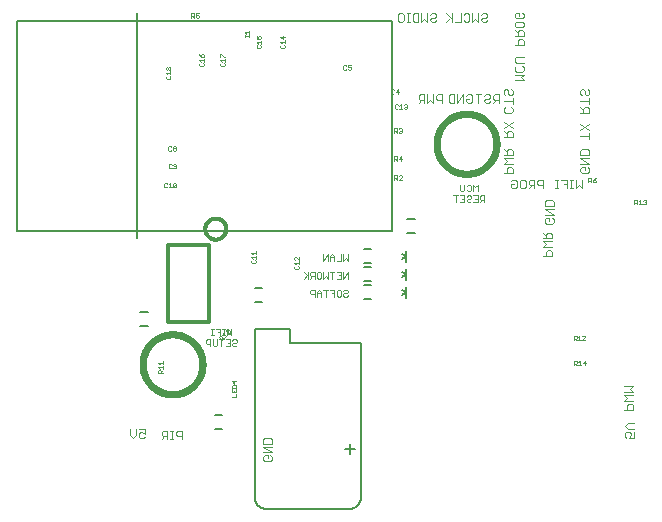
<source format=gbo>
G75*
%MOIN*%
%OFA0B0*%
%FSLAX25Y25*%
%IPPOS*%
%LPD*%
%AMOC8*
5,1,8,0,0,1.08239X$1,22.5*
%
%ADD10C,0.00300*%
%ADD11C,0.00200*%
%ADD12C,0.00500*%
%ADD13C,0.01200*%
%ADD14C,0.00600*%
%ADD15C,0.00100*%
%ADD16C,0.00700*%
%ADD17C,0.02400*%
%ADD18C,0.00800*%
D10*
X0047286Y0049133D02*
X0046319Y0050101D01*
X0046319Y0052036D01*
X0048253Y0052036D02*
X0048253Y0050101D01*
X0047286Y0049133D01*
X0049265Y0049617D02*
X0049265Y0050584D01*
X0049749Y0051068D01*
X0050233Y0051068D01*
X0051200Y0050584D01*
X0051200Y0052036D01*
X0049265Y0052036D01*
X0049265Y0049617D02*
X0049749Y0049133D01*
X0050716Y0049133D01*
X0051200Y0049617D01*
X0056854Y0050184D02*
X0057338Y0049701D01*
X0058789Y0049701D01*
X0057822Y0049701D02*
X0056854Y0048733D01*
X0056854Y0050184D02*
X0056854Y0051152D01*
X0057338Y0051636D01*
X0058789Y0051636D01*
X0058789Y0048733D01*
X0059786Y0048733D02*
X0060753Y0048733D01*
X0060270Y0048733D02*
X0060270Y0051636D01*
X0060753Y0051636D02*
X0059786Y0051636D01*
X0061765Y0051152D02*
X0061765Y0050184D01*
X0062249Y0049701D01*
X0063700Y0049701D01*
X0063700Y0048733D02*
X0063700Y0051636D01*
X0062249Y0051636D01*
X0061765Y0051152D01*
X0090737Y0048744D02*
X0090737Y0047293D01*
X0093639Y0047293D01*
X0093639Y0048744D01*
X0093155Y0049228D01*
X0091220Y0049228D01*
X0090737Y0048744D01*
X0090737Y0046281D02*
X0093639Y0046281D01*
X0093639Y0044346D02*
X0090737Y0044346D01*
X0091220Y0043335D02*
X0090737Y0042851D01*
X0090737Y0041883D01*
X0091220Y0041400D01*
X0093155Y0041400D01*
X0093639Y0041883D01*
X0093639Y0042851D01*
X0093155Y0043335D01*
X0092188Y0043335D02*
X0092188Y0042367D01*
X0092188Y0043335D02*
X0091220Y0043335D01*
X0093639Y0044346D02*
X0090737Y0046281D01*
X0184050Y0109794D02*
X0186952Y0109794D01*
X0186952Y0111245D01*
X0186469Y0111728D01*
X0185501Y0111728D01*
X0185017Y0111245D01*
X0185017Y0109794D01*
X0184050Y0112740D02*
X0185017Y0113708D01*
X0184050Y0114675D01*
X0186952Y0114675D01*
X0186952Y0115687D02*
X0184050Y0115687D01*
X0185017Y0115687D02*
X0185017Y0117138D01*
X0185501Y0117622D01*
X0186469Y0117622D01*
X0186952Y0117138D01*
X0186952Y0115687D01*
X0185017Y0116654D02*
X0184050Y0117622D01*
X0185084Y0120644D02*
X0184600Y0121127D01*
X0184600Y0122095D01*
X0185084Y0122578D01*
X0186051Y0122578D01*
X0186051Y0121611D01*
X0185084Y0120644D02*
X0187019Y0120644D01*
X0187502Y0121127D01*
X0187502Y0122095D01*
X0187019Y0122578D01*
X0187502Y0123590D02*
X0184600Y0123590D01*
X0184600Y0125525D02*
X0187502Y0125525D01*
X0187502Y0126537D02*
X0187502Y0127988D01*
X0187019Y0128472D01*
X0185084Y0128472D01*
X0184600Y0127988D01*
X0184600Y0126537D01*
X0187502Y0126537D01*
X0187502Y0123590D02*
X0184600Y0125525D01*
X0184082Y0132383D02*
X0184082Y0135286D01*
X0182631Y0135286D01*
X0182147Y0134802D01*
X0182147Y0133834D01*
X0182631Y0133351D01*
X0184082Y0133351D01*
X0182631Y0133351D01*
X0182147Y0133834D01*
X0182147Y0134802D01*
X0182631Y0135286D01*
X0184082Y0135286D01*
X0184082Y0132383D01*
X0181135Y0132383D02*
X0181135Y0135286D01*
X0179684Y0135286D01*
X0179200Y0134802D01*
X0179200Y0133834D01*
X0179684Y0133351D01*
X0181135Y0133351D01*
X0179684Y0133351D01*
X0179200Y0133834D01*
X0179200Y0134802D01*
X0179684Y0135286D01*
X0181135Y0135286D01*
X0181135Y0132383D01*
X0180168Y0133351D02*
X0179200Y0132383D01*
X0180168Y0133351D01*
X0178189Y0132867D02*
X0178189Y0134802D01*
X0177705Y0135286D01*
X0176737Y0135286D01*
X0176254Y0134802D01*
X0176254Y0132867D01*
X0176737Y0132383D01*
X0177705Y0132383D01*
X0178189Y0132867D01*
X0177705Y0132383D01*
X0176737Y0132383D01*
X0176254Y0132867D01*
X0176254Y0134802D01*
X0176737Y0135286D01*
X0177705Y0135286D01*
X0178189Y0134802D01*
X0178189Y0132867D01*
X0175242Y0132867D02*
X0175242Y0134802D01*
X0174758Y0135286D01*
X0173791Y0135286D01*
X0173307Y0134802D01*
X0173791Y0135286D01*
X0174758Y0135286D01*
X0175242Y0134802D01*
X0175242Y0132867D01*
X0174758Y0132383D01*
X0173791Y0132383D01*
X0173307Y0132867D01*
X0173307Y0133834D01*
X0174275Y0133834D01*
X0173307Y0133834D01*
X0173307Y0132867D01*
X0173791Y0132383D01*
X0174758Y0132383D01*
X0175242Y0132867D01*
X0173852Y0137544D02*
X0170950Y0137544D01*
X0171917Y0137544D02*
X0171917Y0138995D01*
X0172401Y0139478D01*
X0173369Y0139478D01*
X0173852Y0138995D01*
X0173852Y0137544D01*
X0173852Y0140490D02*
X0170950Y0140490D01*
X0171917Y0141458D01*
X0170950Y0142425D01*
X0173852Y0142425D01*
X0173852Y0143437D02*
X0173852Y0144888D01*
X0173369Y0145372D01*
X0172401Y0145372D01*
X0171917Y0144888D01*
X0171917Y0143437D01*
X0170950Y0143437D02*
X0173852Y0143437D01*
X0171917Y0144404D02*
X0170950Y0145372D01*
X0170950Y0149490D02*
X0173852Y0149490D01*
X0173852Y0150941D01*
X0173369Y0151425D01*
X0172401Y0151425D01*
X0171917Y0150941D01*
X0171917Y0149490D01*
X0171917Y0150458D02*
X0170950Y0151425D01*
X0170950Y0152437D02*
X0173852Y0154372D01*
X0173852Y0152437D02*
X0170950Y0154372D01*
X0171434Y0157544D02*
X0170950Y0158027D01*
X0170950Y0158995D01*
X0171434Y0159478D01*
X0171434Y0157544D02*
X0173369Y0157544D01*
X0173852Y0158027D01*
X0173852Y0158995D01*
X0173369Y0159478D01*
X0173852Y0160490D02*
X0173852Y0162425D01*
X0173852Y0161458D02*
X0170950Y0161458D01*
X0169350Y0161851D02*
X0167899Y0161851D01*
X0167415Y0162334D01*
X0167415Y0163302D01*
X0167899Y0163786D01*
X0169350Y0163786D01*
X0169350Y0160883D01*
X0168383Y0161851D02*
X0167415Y0160883D01*
X0166403Y0161367D02*
X0165920Y0160883D01*
X0164952Y0160883D01*
X0164469Y0161367D01*
X0164469Y0161851D01*
X0164952Y0162334D01*
X0165920Y0162334D01*
X0166403Y0162818D01*
X0166403Y0163302D01*
X0165920Y0163786D01*
X0164952Y0163786D01*
X0164469Y0163302D01*
X0163457Y0163786D02*
X0161522Y0163786D01*
X0162489Y0163786D02*
X0162489Y0160883D01*
X0160350Y0161367D02*
X0160350Y0163302D01*
X0159866Y0163786D01*
X0158899Y0163786D01*
X0158415Y0163302D01*
X0158415Y0162334D02*
X0159383Y0162334D01*
X0158415Y0162334D02*
X0158415Y0161367D01*
X0158899Y0160883D01*
X0159866Y0160883D01*
X0160350Y0161367D01*
X0157403Y0160883D02*
X0157403Y0163786D01*
X0155469Y0160883D01*
X0155469Y0163786D01*
X0154457Y0163786D02*
X0153006Y0163786D01*
X0152522Y0163302D01*
X0152522Y0161367D01*
X0153006Y0160883D01*
X0154457Y0160883D01*
X0154457Y0163786D01*
X0150350Y0163786D02*
X0148899Y0163786D01*
X0148415Y0163302D01*
X0148415Y0162334D01*
X0148899Y0161851D01*
X0150350Y0161851D01*
X0150350Y0160883D02*
X0150350Y0163786D01*
X0147403Y0163786D02*
X0147403Y0160883D01*
X0146436Y0161851D01*
X0145469Y0160883D01*
X0145469Y0163786D01*
X0144457Y0163786D02*
X0143006Y0163786D01*
X0142522Y0163302D01*
X0142522Y0162334D01*
X0143006Y0161851D01*
X0144457Y0161851D01*
X0143489Y0161851D02*
X0142522Y0160883D01*
X0144457Y0160883D02*
X0144457Y0163786D01*
X0170950Y0163920D02*
X0171434Y0163437D01*
X0170950Y0163920D02*
X0170950Y0164888D01*
X0171434Y0165372D01*
X0171917Y0165372D01*
X0172401Y0164888D01*
X0172401Y0163920D01*
X0172885Y0163437D01*
X0173369Y0163437D01*
X0173852Y0163920D01*
X0173852Y0164888D01*
X0173369Y0165372D01*
X0174650Y0168383D02*
X0177552Y0168383D01*
X0176585Y0169351D01*
X0177552Y0170318D01*
X0174650Y0170318D01*
X0175134Y0171330D02*
X0174650Y0171813D01*
X0174650Y0172781D01*
X0175134Y0173265D01*
X0175134Y0174276D02*
X0174650Y0174760D01*
X0174650Y0175727D01*
X0175134Y0176211D01*
X0177552Y0176211D01*
X0177552Y0174276D02*
X0175134Y0174276D01*
X0177069Y0173265D02*
X0177552Y0172781D01*
X0177552Y0171813D01*
X0177069Y0171330D01*
X0175134Y0171330D01*
X0175617Y0180169D02*
X0175617Y0181620D01*
X0176101Y0182104D01*
X0177069Y0182104D01*
X0177552Y0181620D01*
X0177552Y0180169D01*
X0174650Y0180169D01*
X0174650Y0183116D02*
X0177552Y0183116D01*
X0177552Y0184567D01*
X0177069Y0185051D01*
X0176101Y0185051D01*
X0175617Y0184567D01*
X0175617Y0183116D01*
X0175617Y0184083D02*
X0174650Y0185051D01*
X0175134Y0186062D02*
X0174650Y0186546D01*
X0174650Y0187513D01*
X0175134Y0187997D01*
X0177069Y0187997D01*
X0177552Y0187513D01*
X0177552Y0186546D01*
X0177069Y0186062D01*
X0175134Y0186062D01*
X0175134Y0189009D02*
X0174650Y0189492D01*
X0174650Y0190460D01*
X0175134Y0190944D01*
X0176101Y0190944D01*
X0176101Y0189976D01*
X0175134Y0189009D02*
X0177069Y0189009D01*
X0177552Y0189492D01*
X0177552Y0190460D01*
X0177069Y0190944D01*
X0165350Y0190302D02*
X0165350Y0189818D01*
X0164866Y0189334D01*
X0163899Y0189334D01*
X0163415Y0188851D01*
X0163415Y0188367D01*
X0163899Y0187883D01*
X0164866Y0187883D01*
X0165350Y0188367D01*
X0165350Y0190302D02*
X0164866Y0190786D01*
X0163899Y0190786D01*
X0163415Y0190302D01*
X0162403Y0190786D02*
X0162403Y0187883D01*
X0161436Y0188851D01*
X0160469Y0187883D01*
X0160469Y0190786D01*
X0159457Y0190302D02*
X0159457Y0188367D01*
X0158973Y0187883D01*
X0158006Y0187883D01*
X0157522Y0188367D01*
X0156510Y0187883D02*
X0154575Y0187883D01*
X0153564Y0187883D02*
X0153564Y0190786D01*
X0153080Y0189334D02*
X0151629Y0187883D01*
X0153564Y0188851D02*
X0151629Y0190786D01*
X0148350Y0190302D02*
X0148350Y0189818D01*
X0147866Y0189334D01*
X0146899Y0189334D01*
X0146415Y0188851D01*
X0146415Y0188367D01*
X0146899Y0187883D01*
X0147866Y0187883D01*
X0148350Y0188367D01*
X0148350Y0190302D02*
X0147866Y0190786D01*
X0146899Y0190786D01*
X0146415Y0190302D01*
X0145403Y0190786D02*
X0145403Y0187883D01*
X0144436Y0188851D01*
X0143469Y0187883D01*
X0143469Y0190786D01*
X0142457Y0190786D02*
X0141006Y0190786D01*
X0140522Y0190302D01*
X0140522Y0188367D01*
X0141006Y0187883D01*
X0142457Y0187883D01*
X0142457Y0190786D01*
X0139510Y0190786D02*
X0138543Y0190786D01*
X0139027Y0190786D02*
X0139027Y0187883D01*
X0139510Y0187883D02*
X0138543Y0187883D01*
X0137546Y0188367D02*
X0137062Y0187883D01*
X0136095Y0187883D01*
X0135611Y0188367D01*
X0135611Y0190302D01*
X0136095Y0190786D01*
X0137062Y0190786D01*
X0137546Y0190302D01*
X0137546Y0188367D01*
X0156510Y0187883D02*
X0156510Y0190786D01*
X0157522Y0190302D02*
X0158006Y0190786D01*
X0158973Y0190786D01*
X0159457Y0190302D01*
X0196450Y0164888D02*
X0196450Y0163920D01*
X0196934Y0163437D01*
X0197901Y0163920D02*
X0197901Y0164888D01*
X0197417Y0165372D01*
X0196934Y0165372D01*
X0196450Y0164888D01*
X0197901Y0163920D02*
X0198385Y0163437D01*
X0198869Y0163437D01*
X0199352Y0163920D01*
X0199352Y0164888D01*
X0198869Y0165372D01*
X0199352Y0162425D02*
X0199352Y0160490D01*
X0199352Y0161458D02*
X0196450Y0161458D01*
X0196450Y0159478D02*
X0197417Y0158511D01*
X0197417Y0158995D02*
X0197417Y0157544D01*
X0196450Y0157544D02*
X0199352Y0157544D01*
X0199352Y0158995D01*
X0198869Y0159478D01*
X0197901Y0159478D01*
X0197417Y0158995D01*
X0196450Y0153872D02*
X0199352Y0151937D01*
X0199352Y0150925D02*
X0199352Y0148990D01*
X0199352Y0149958D02*
X0196450Y0149958D01*
X0196450Y0151937D02*
X0199352Y0153872D01*
X0198869Y0145372D02*
X0196934Y0145372D01*
X0196450Y0144888D01*
X0196450Y0143437D01*
X0199352Y0143437D01*
X0199352Y0144888D01*
X0198869Y0145372D01*
X0199352Y0142425D02*
X0196450Y0142425D01*
X0199352Y0140490D01*
X0196450Y0140490D01*
X0196934Y0139478D02*
X0197901Y0139478D01*
X0197901Y0138511D01*
X0196934Y0137544D02*
X0196450Y0138027D01*
X0196450Y0138995D01*
X0196934Y0139478D01*
X0196934Y0137544D02*
X0198869Y0137544D01*
X0199352Y0138027D01*
X0199352Y0138995D01*
X0198869Y0139478D01*
X0196850Y0135286D02*
X0196850Y0132383D01*
X0195883Y0133351D01*
X0194915Y0132383D01*
X0194915Y0135286D01*
X0194915Y0132383D01*
X0195883Y0133351D01*
X0196850Y0132383D01*
X0196850Y0135286D01*
X0193903Y0135286D02*
X0192936Y0135286D01*
X0193903Y0135286D01*
X0193420Y0135286D02*
X0193420Y0132383D01*
X0193420Y0135286D01*
X0191939Y0135286D02*
X0191939Y0132383D01*
X0191939Y0135286D01*
X0190004Y0135286D01*
X0191939Y0135286D01*
X0191939Y0133834D02*
X0190972Y0133834D01*
X0191939Y0133834D01*
X0192936Y0132383D02*
X0193903Y0132383D01*
X0192936Y0132383D01*
X0188993Y0132383D02*
X0188025Y0132383D01*
X0188993Y0132383D01*
X0188509Y0132383D02*
X0188509Y0135286D01*
X0188509Y0132383D01*
X0188993Y0135286D02*
X0188025Y0135286D01*
X0188993Y0135286D01*
X0186952Y0112740D02*
X0184050Y0112740D01*
X0211100Y0066472D02*
X0214002Y0066472D01*
X0213035Y0065504D01*
X0214002Y0064537D01*
X0211100Y0064537D01*
X0211100Y0063525D02*
X0214002Y0063525D01*
X0214002Y0061590D02*
X0211100Y0061590D01*
X0212067Y0062558D01*
X0211100Y0063525D01*
X0212551Y0060578D02*
X0212067Y0060095D01*
X0212067Y0058644D01*
X0211100Y0058644D02*
X0214002Y0058644D01*
X0214002Y0060095D01*
X0213519Y0060578D01*
X0212551Y0060578D01*
X0212267Y0054172D02*
X0214202Y0054172D01*
X0212267Y0054172D02*
X0211300Y0053204D01*
X0212267Y0052237D01*
X0214202Y0052237D01*
X0214202Y0051225D02*
X0214202Y0049290D01*
X0212751Y0049290D01*
X0213235Y0050258D01*
X0213235Y0050741D01*
X0212751Y0051225D01*
X0211784Y0051225D01*
X0211300Y0050741D01*
X0211300Y0049774D01*
X0211784Y0049290D01*
D11*
X0118900Y0096700D02*
X0118533Y0096333D01*
X0117799Y0096333D01*
X0117432Y0096700D01*
X0117432Y0097067D01*
X0117799Y0097434D01*
X0118533Y0097434D01*
X0118900Y0097801D01*
X0118900Y0098168D01*
X0118533Y0098535D01*
X0117799Y0098535D01*
X0117432Y0098168D01*
X0116690Y0098168D02*
X0116690Y0096700D01*
X0116323Y0096333D01*
X0115589Y0096333D01*
X0115222Y0096700D01*
X0115222Y0098168D01*
X0115589Y0098535D01*
X0116323Y0098535D01*
X0116690Y0098168D01*
X0114480Y0098535D02*
X0114480Y0096333D01*
X0114480Y0097434D02*
X0113746Y0097434D01*
X0114480Y0098535D02*
X0113012Y0098535D01*
X0112270Y0098535D02*
X0110802Y0098535D01*
X0111536Y0098535D02*
X0111536Y0096333D01*
X0110060Y0096333D02*
X0110060Y0097801D01*
X0109327Y0098535D01*
X0108593Y0097801D01*
X0108593Y0096333D01*
X0107851Y0096333D02*
X0107851Y0098535D01*
X0106750Y0098535D01*
X0106383Y0098168D01*
X0106383Y0097434D01*
X0106750Y0097067D01*
X0107851Y0097067D01*
X0108593Y0097434D02*
X0110060Y0097434D01*
X0109694Y0102333D02*
X0108960Y0102333D01*
X0108593Y0102700D01*
X0108593Y0104168D01*
X0108960Y0104535D01*
X0109694Y0104535D01*
X0110060Y0104168D01*
X0110060Y0102700D01*
X0109694Y0102333D01*
X0110802Y0102333D02*
X0110802Y0104535D01*
X0112270Y0104535D02*
X0112270Y0102333D01*
X0111536Y0103067D01*
X0110802Y0102333D01*
X0113746Y0102333D02*
X0113746Y0104535D01*
X0114480Y0104535D02*
X0113012Y0104535D01*
X0115222Y0104535D02*
X0116690Y0104535D01*
X0116690Y0102333D01*
X0115222Y0102333D01*
X0115956Y0103434D02*
X0116690Y0103434D01*
X0117432Y0102333D02*
X0117432Y0104535D01*
X0118900Y0104535D02*
X0117432Y0102333D01*
X0118900Y0102333D02*
X0118900Y0104535D01*
X0118900Y0108333D02*
X0118166Y0109067D01*
X0117432Y0108333D01*
X0117432Y0110535D01*
X0116690Y0110535D02*
X0116690Y0108333D01*
X0115222Y0108333D01*
X0114480Y0108333D02*
X0114480Y0109801D01*
X0113746Y0110535D01*
X0113012Y0109801D01*
X0113012Y0108333D01*
X0112270Y0108333D02*
X0112270Y0110535D01*
X0110802Y0108333D01*
X0110802Y0110535D01*
X0113012Y0109434D02*
X0114480Y0109434D01*
X0118900Y0110535D02*
X0118900Y0108333D01*
X0107851Y0104535D02*
X0107851Y0102333D01*
X0107851Y0103067D02*
X0106750Y0103067D01*
X0106383Y0103434D01*
X0106383Y0104168D01*
X0106750Y0104535D01*
X0107851Y0104535D01*
X0107117Y0103067D02*
X0106383Y0102333D01*
X0105641Y0102333D02*
X0105641Y0104535D01*
X0105274Y0103434D02*
X0104173Y0102333D01*
X0105641Y0103067D02*
X0104173Y0104535D01*
X0080083Y0085635D02*
X0080083Y0083433D01*
X0079349Y0084167D01*
X0078615Y0083433D01*
X0078615Y0085635D01*
X0077873Y0085635D02*
X0077139Y0085635D01*
X0077506Y0085635D02*
X0077506Y0083433D01*
X0077873Y0083433D02*
X0077139Y0083433D01*
X0076400Y0083433D02*
X0076400Y0085635D01*
X0074932Y0085635D01*
X0074190Y0085635D02*
X0073456Y0085635D01*
X0073823Y0085635D02*
X0073823Y0083433D01*
X0074190Y0083433D02*
X0073456Y0083433D01*
X0073085Y0082035D02*
X0071984Y0082035D01*
X0071617Y0081668D01*
X0071617Y0080934D01*
X0071984Y0080567D01*
X0073085Y0080567D01*
X0073085Y0079833D02*
X0073085Y0082035D01*
X0073827Y0082035D02*
X0073827Y0080200D01*
X0074194Y0079833D01*
X0074928Y0079833D01*
X0075295Y0080200D01*
X0075295Y0082035D01*
X0076037Y0082035D02*
X0077505Y0082035D01*
X0076771Y0082035D02*
X0076771Y0079833D01*
X0078247Y0079833D02*
X0079715Y0079833D01*
X0079715Y0082035D01*
X0078247Y0082035D01*
X0078981Y0080934D02*
X0079715Y0080934D01*
X0080457Y0080567D02*
X0080457Y0080200D01*
X0080824Y0079833D01*
X0081558Y0079833D01*
X0081925Y0080200D01*
X0081558Y0080934D02*
X0080824Y0080934D01*
X0080457Y0080567D01*
X0080457Y0081668D02*
X0080824Y0082035D01*
X0081558Y0082035D01*
X0081925Y0081668D01*
X0081925Y0081301D01*
X0081558Y0080934D01*
X0076400Y0084534D02*
X0075666Y0084534D01*
X0154851Y0127833D02*
X0154851Y0130035D01*
X0155585Y0130035D02*
X0154117Y0130035D01*
X0156327Y0130035D02*
X0157795Y0130035D01*
X0157795Y0127833D01*
X0156327Y0127833D01*
X0157061Y0128934D02*
X0157795Y0128934D01*
X0158537Y0128567D02*
X0158537Y0128200D01*
X0158904Y0127833D01*
X0159638Y0127833D01*
X0160005Y0128200D01*
X0159638Y0128934D02*
X0158904Y0128934D01*
X0158537Y0128567D01*
X0158537Y0129668D02*
X0158904Y0130035D01*
X0159638Y0130035D01*
X0160005Y0129668D01*
X0160005Y0129301D01*
X0159638Y0128934D01*
X0160747Y0130035D02*
X0162215Y0130035D01*
X0162215Y0127833D01*
X0160747Y0127833D01*
X0161481Y0128934D02*
X0162215Y0128934D01*
X0162957Y0128934D02*
X0163324Y0128567D01*
X0164425Y0128567D01*
X0164425Y0127833D02*
X0164425Y0130035D01*
X0163324Y0130035D01*
X0162957Y0129668D01*
X0162957Y0128934D01*
X0163691Y0128567D02*
X0162957Y0127833D01*
X0162215Y0131433D02*
X0162215Y0133635D01*
X0161481Y0132901D01*
X0160747Y0133635D01*
X0160747Y0131433D01*
X0160005Y0131800D02*
X0159638Y0131433D01*
X0158904Y0131433D01*
X0158537Y0131800D01*
X0157795Y0131800D02*
X0157428Y0131433D01*
X0156694Y0131433D01*
X0156327Y0131800D01*
X0156327Y0133635D01*
X0157795Y0133635D02*
X0157795Y0131800D01*
X0158537Y0133268D02*
X0158904Y0133635D01*
X0159638Y0133635D01*
X0160005Y0133268D01*
X0160005Y0131800D01*
D12*
X0148500Y0147233D02*
X0148503Y0147478D01*
X0148512Y0147724D01*
X0148527Y0147969D01*
X0148548Y0148213D01*
X0148575Y0148457D01*
X0148608Y0148700D01*
X0148647Y0148943D01*
X0148692Y0149184D01*
X0148743Y0149424D01*
X0148800Y0149663D01*
X0148862Y0149900D01*
X0148931Y0150136D01*
X0149005Y0150370D01*
X0149085Y0150602D01*
X0149170Y0150832D01*
X0149261Y0151060D01*
X0149358Y0151285D01*
X0149460Y0151509D01*
X0149568Y0151729D01*
X0149681Y0151947D01*
X0149799Y0152162D01*
X0149923Y0152374D01*
X0150051Y0152583D01*
X0150185Y0152789D01*
X0150324Y0152991D01*
X0150468Y0153190D01*
X0150617Y0153385D01*
X0150770Y0153577D01*
X0150928Y0153765D01*
X0151090Y0153949D01*
X0151258Y0154128D01*
X0151429Y0154304D01*
X0151605Y0154475D01*
X0151784Y0154643D01*
X0151968Y0154805D01*
X0152156Y0154963D01*
X0152348Y0155116D01*
X0152543Y0155265D01*
X0152742Y0155409D01*
X0152944Y0155548D01*
X0153150Y0155682D01*
X0153359Y0155810D01*
X0153571Y0155934D01*
X0153786Y0156052D01*
X0154004Y0156165D01*
X0154224Y0156273D01*
X0154448Y0156375D01*
X0154673Y0156472D01*
X0154901Y0156563D01*
X0155131Y0156648D01*
X0155363Y0156728D01*
X0155597Y0156802D01*
X0155833Y0156871D01*
X0156070Y0156933D01*
X0156309Y0156990D01*
X0156549Y0157041D01*
X0156790Y0157086D01*
X0157033Y0157125D01*
X0157276Y0157158D01*
X0157520Y0157185D01*
X0157764Y0157206D01*
X0158009Y0157221D01*
X0158255Y0157230D01*
X0158500Y0157233D01*
X0158745Y0157230D01*
X0158991Y0157221D01*
X0159236Y0157206D01*
X0159480Y0157185D01*
X0159724Y0157158D01*
X0159967Y0157125D01*
X0160210Y0157086D01*
X0160451Y0157041D01*
X0160691Y0156990D01*
X0160930Y0156933D01*
X0161167Y0156871D01*
X0161403Y0156802D01*
X0161637Y0156728D01*
X0161869Y0156648D01*
X0162099Y0156563D01*
X0162327Y0156472D01*
X0162552Y0156375D01*
X0162776Y0156273D01*
X0162996Y0156165D01*
X0163214Y0156052D01*
X0163429Y0155934D01*
X0163641Y0155810D01*
X0163850Y0155682D01*
X0164056Y0155548D01*
X0164258Y0155409D01*
X0164457Y0155265D01*
X0164652Y0155116D01*
X0164844Y0154963D01*
X0165032Y0154805D01*
X0165216Y0154643D01*
X0165395Y0154475D01*
X0165571Y0154304D01*
X0165742Y0154128D01*
X0165910Y0153949D01*
X0166072Y0153765D01*
X0166230Y0153577D01*
X0166383Y0153385D01*
X0166532Y0153190D01*
X0166676Y0152991D01*
X0166815Y0152789D01*
X0166949Y0152583D01*
X0167077Y0152374D01*
X0167201Y0152162D01*
X0167319Y0151947D01*
X0167432Y0151729D01*
X0167540Y0151509D01*
X0167642Y0151285D01*
X0167739Y0151060D01*
X0167830Y0150832D01*
X0167915Y0150602D01*
X0167995Y0150370D01*
X0168069Y0150136D01*
X0168138Y0149900D01*
X0168200Y0149663D01*
X0168257Y0149424D01*
X0168308Y0149184D01*
X0168353Y0148943D01*
X0168392Y0148700D01*
X0168425Y0148457D01*
X0168452Y0148213D01*
X0168473Y0147969D01*
X0168488Y0147724D01*
X0168497Y0147478D01*
X0168500Y0147233D01*
X0168497Y0146988D01*
X0168488Y0146742D01*
X0168473Y0146497D01*
X0168452Y0146253D01*
X0168425Y0146009D01*
X0168392Y0145766D01*
X0168353Y0145523D01*
X0168308Y0145282D01*
X0168257Y0145042D01*
X0168200Y0144803D01*
X0168138Y0144566D01*
X0168069Y0144330D01*
X0167995Y0144096D01*
X0167915Y0143864D01*
X0167830Y0143634D01*
X0167739Y0143406D01*
X0167642Y0143181D01*
X0167540Y0142957D01*
X0167432Y0142737D01*
X0167319Y0142519D01*
X0167201Y0142304D01*
X0167077Y0142092D01*
X0166949Y0141883D01*
X0166815Y0141677D01*
X0166676Y0141475D01*
X0166532Y0141276D01*
X0166383Y0141081D01*
X0166230Y0140889D01*
X0166072Y0140701D01*
X0165910Y0140517D01*
X0165742Y0140338D01*
X0165571Y0140162D01*
X0165395Y0139991D01*
X0165216Y0139823D01*
X0165032Y0139661D01*
X0164844Y0139503D01*
X0164652Y0139350D01*
X0164457Y0139201D01*
X0164258Y0139057D01*
X0164056Y0138918D01*
X0163850Y0138784D01*
X0163641Y0138656D01*
X0163429Y0138532D01*
X0163214Y0138414D01*
X0162996Y0138301D01*
X0162776Y0138193D01*
X0162552Y0138091D01*
X0162327Y0137994D01*
X0162099Y0137903D01*
X0161869Y0137818D01*
X0161637Y0137738D01*
X0161403Y0137664D01*
X0161167Y0137595D01*
X0160930Y0137533D01*
X0160691Y0137476D01*
X0160451Y0137425D01*
X0160210Y0137380D01*
X0159967Y0137341D01*
X0159724Y0137308D01*
X0159480Y0137281D01*
X0159236Y0137260D01*
X0158991Y0137245D01*
X0158745Y0137236D01*
X0158500Y0137233D01*
X0158255Y0137236D01*
X0158009Y0137245D01*
X0157764Y0137260D01*
X0157520Y0137281D01*
X0157276Y0137308D01*
X0157033Y0137341D01*
X0156790Y0137380D01*
X0156549Y0137425D01*
X0156309Y0137476D01*
X0156070Y0137533D01*
X0155833Y0137595D01*
X0155597Y0137664D01*
X0155363Y0137738D01*
X0155131Y0137818D01*
X0154901Y0137903D01*
X0154673Y0137994D01*
X0154448Y0138091D01*
X0154224Y0138193D01*
X0154004Y0138301D01*
X0153786Y0138414D01*
X0153571Y0138532D01*
X0153359Y0138656D01*
X0153150Y0138784D01*
X0152944Y0138918D01*
X0152742Y0139057D01*
X0152543Y0139201D01*
X0152348Y0139350D01*
X0152156Y0139503D01*
X0151968Y0139661D01*
X0151784Y0139823D01*
X0151605Y0139991D01*
X0151429Y0140162D01*
X0151258Y0140338D01*
X0151090Y0140517D01*
X0150928Y0140701D01*
X0150770Y0140889D01*
X0150617Y0141081D01*
X0150468Y0141276D01*
X0150324Y0141475D01*
X0150185Y0141677D01*
X0150051Y0141883D01*
X0149923Y0142092D01*
X0149799Y0142304D01*
X0149681Y0142519D01*
X0149568Y0142737D01*
X0149460Y0142957D01*
X0149358Y0143181D01*
X0149261Y0143406D01*
X0149170Y0143634D01*
X0149085Y0143864D01*
X0149005Y0144096D01*
X0148931Y0144330D01*
X0148862Y0144566D01*
X0148800Y0144803D01*
X0148743Y0145042D01*
X0148692Y0145282D01*
X0148647Y0145523D01*
X0148608Y0145766D01*
X0148575Y0146009D01*
X0148548Y0146253D01*
X0148527Y0146497D01*
X0148512Y0146742D01*
X0148503Y0146988D01*
X0148500Y0147233D01*
X0133500Y0118233D02*
X0008500Y0118233D01*
X0008500Y0188233D01*
X0133500Y0188233D01*
X0133500Y0118233D01*
X0099713Y0085620D02*
X0087870Y0085620D01*
X0087870Y0076502D01*
X0087870Y0085620D02*
X0099713Y0085620D01*
X0099713Y0080683D01*
X0123303Y0080683D01*
X0123303Y0076502D01*
X0123303Y0080683D02*
X0123303Y0029502D01*
X0123303Y0038683D01*
X0123303Y0029502D02*
X0123301Y0029378D01*
X0123295Y0029255D01*
X0123286Y0029131D01*
X0123272Y0029009D01*
X0123255Y0028886D01*
X0123233Y0028764D01*
X0123208Y0028643D01*
X0123179Y0028523D01*
X0123147Y0028404D01*
X0123110Y0028285D01*
X0123070Y0028168D01*
X0123027Y0028053D01*
X0122979Y0027938D01*
X0122928Y0027826D01*
X0122874Y0027715D01*
X0122816Y0027605D01*
X0122755Y0027498D01*
X0122690Y0027392D01*
X0122622Y0027289D01*
X0122551Y0027188D01*
X0122477Y0027089D01*
X0122400Y0026992D01*
X0122319Y0026898D01*
X0122236Y0026807D01*
X0122150Y0026718D01*
X0122061Y0026632D01*
X0121970Y0026549D01*
X0121876Y0026468D01*
X0121779Y0026391D01*
X0121680Y0026317D01*
X0121579Y0026246D01*
X0121476Y0026178D01*
X0121370Y0026113D01*
X0121263Y0026052D01*
X0121153Y0025994D01*
X0121042Y0025940D01*
X0120930Y0025889D01*
X0120815Y0025841D01*
X0120700Y0025798D01*
X0120583Y0025758D01*
X0120464Y0025721D01*
X0120345Y0025689D01*
X0120225Y0025660D01*
X0120104Y0025635D01*
X0119982Y0025613D01*
X0119859Y0025596D01*
X0119737Y0025582D01*
X0119613Y0025573D01*
X0119490Y0025567D01*
X0119366Y0025565D01*
X0091807Y0025565D01*
X0119366Y0025565D01*
X0119490Y0025567D01*
X0119613Y0025573D01*
X0119737Y0025582D01*
X0119859Y0025596D01*
X0119982Y0025613D01*
X0120104Y0025635D01*
X0120225Y0025660D01*
X0120345Y0025689D01*
X0120464Y0025721D01*
X0120583Y0025758D01*
X0120700Y0025798D01*
X0120815Y0025841D01*
X0120930Y0025889D01*
X0121042Y0025940D01*
X0121153Y0025994D01*
X0121263Y0026052D01*
X0121370Y0026113D01*
X0121476Y0026178D01*
X0121579Y0026246D01*
X0121680Y0026317D01*
X0121779Y0026391D01*
X0121876Y0026468D01*
X0121970Y0026549D01*
X0122061Y0026632D01*
X0122150Y0026718D01*
X0122236Y0026807D01*
X0122319Y0026898D01*
X0122400Y0026992D01*
X0122477Y0027089D01*
X0122551Y0027188D01*
X0122622Y0027289D01*
X0122690Y0027392D01*
X0122755Y0027498D01*
X0122816Y0027605D01*
X0122874Y0027715D01*
X0122928Y0027826D01*
X0122979Y0027938D01*
X0123027Y0028053D01*
X0123070Y0028168D01*
X0123110Y0028285D01*
X0123147Y0028404D01*
X0123179Y0028523D01*
X0123208Y0028643D01*
X0123233Y0028764D01*
X0123255Y0028886D01*
X0123272Y0029009D01*
X0123286Y0029131D01*
X0123295Y0029255D01*
X0123301Y0029378D01*
X0123303Y0029502D01*
X0123303Y0051502D02*
X0123303Y0063683D01*
X0123303Y0080683D02*
X0099713Y0080683D01*
X0099713Y0085620D01*
X0087870Y0085620D02*
X0087870Y0029502D01*
X0087870Y0038620D01*
X0087870Y0029502D02*
X0087872Y0029378D01*
X0087878Y0029255D01*
X0087887Y0029131D01*
X0087901Y0029009D01*
X0087918Y0028886D01*
X0087940Y0028764D01*
X0087965Y0028643D01*
X0087994Y0028523D01*
X0088026Y0028404D01*
X0088063Y0028285D01*
X0088103Y0028168D01*
X0088146Y0028053D01*
X0088194Y0027938D01*
X0088245Y0027826D01*
X0088299Y0027715D01*
X0088357Y0027605D01*
X0088418Y0027498D01*
X0088483Y0027392D01*
X0088551Y0027289D01*
X0088622Y0027188D01*
X0088696Y0027089D01*
X0088773Y0026992D01*
X0088854Y0026898D01*
X0088937Y0026807D01*
X0089023Y0026718D01*
X0089112Y0026632D01*
X0089203Y0026549D01*
X0089297Y0026468D01*
X0089394Y0026391D01*
X0089493Y0026317D01*
X0089594Y0026246D01*
X0089697Y0026178D01*
X0089803Y0026113D01*
X0089910Y0026052D01*
X0090020Y0025994D01*
X0090131Y0025940D01*
X0090243Y0025889D01*
X0090358Y0025841D01*
X0090473Y0025798D01*
X0090590Y0025758D01*
X0090709Y0025721D01*
X0090828Y0025689D01*
X0090948Y0025660D01*
X0091069Y0025635D01*
X0091191Y0025613D01*
X0091314Y0025596D01*
X0091436Y0025582D01*
X0091560Y0025573D01*
X0091683Y0025567D01*
X0091807Y0025565D01*
X0091683Y0025567D01*
X0091560Y0025573D01*
X0091436Y0025582D01*
X0091314Y0025596D01*
X0091191Y0025613D01*
X0091069Y0025635D01*
X0090948Y0025660D01*
X0090828Y0025689D01*
X0090709Y0025721D01*
X0090590Y0025758D01*
X0090473Y0025798D01*
X0090358Y0025841D01*
X0090243Y0025889D01*
X0090131Y0025940D01*
X0090020Y0025994D01*
X0089910Y0026052D01*
X0089803Y0026113D01*
X0089697Y0026178D01*
X0089594Y0026246D01*
X0089493Y0026317D01*
X0089394Y0026391D01*
X0089297Y0026468D01*
X0089203Y0026549D01*
X0089112Y0026632D01*
X0089023Y0026718D01*
X0088937Y0026807D01*
X0088854Y0026898D01*
X0088773Y0026992D01*
X0088696Y0027089D01*
X0088622Y0027188D01*
X0088551Y0027289D01*
X0088483Y0027392D01*
X0088418Y0027498D01*
X0088357Y0027605D01*
X0088299Y0027715D01*
X0088245Y0027826D01*
X0088194Y0027938D01*
X0088146Y0028053D01*
X0088103Y0028168D01*
X0088063Y0028285D01*
X0088026Y0028404D01*
X0087994Y0028523D01*
X0087965Y0028643D01*
X0087940Y0028764D01*
X0087918Y0028886D01*
X0087901Y0029009D01*
X0087887Y0029131D01*
X0087878Y0029255D01*
X0087872Y0029378D01*
X0087870Y0029502D01*
X0087870Y0051502D02*
X0087870Y0063620D01*
X0050500Y0073733D02*
X0050503Y0073978D01*
X0050512Y0074224D01*
X0050527Y0074469D01*
X0050548Y0074713D01*
X0050575Y0074957D01*
X0050608Y0075200D01*
X0050647Y0075443D01*
X0050692Y0075684D01*
X0050743Y0075924D01*
X0050800Y0076163D01*
X0050862Y0076400D01*
X0050931Y0076636D01*
X0051005Y0076870D01*
X0051085Y0077102D01*
X0051170Y0077332D01*
X0051261Y0077560D01*
X0051358Y0077785D01*
X0051460Y0078009D01*
X0051568Y0078229D01*
X0051681Y0078447D01*
X0051799Y0078662D01*
X0051923Y0078874D01*
X0052051Y0079083D01*
X0052185Y0079289D01*
X0052324Y0079491D01*
X0052468Y0079690D01*
X0052617Y0079885D01*
X0052770Y0080077D01*
X0052928Y0080265D01*
X0053090Y0080449D01*
X0053258Y0080628D01*
X0053429Y0080804D01*
X0053605Y0080975D01*
X0053784Y0081143D01*
X0053968Y0081305D01*
X0054156Y0081463D01*
X0054348Y0081616D01*
X0054543Y0081765D01*
X0054742Y0081909D01*
X0054944Y0082048D01*
X0055150Y0082182D01*
X0055359Y0082310D01*
X0055571Y0082434D01*
X0055786Y0082552D01*
X0056004Y0082665D01*
X0056224Y0082773D01*
X0056448Y0082875D01*
X0056673Y0082972D01*
X0056901Y0083063D01*
X0057131Y0083148D01*
X0057363Y0083228D01*
X0057597Y0083302D01*
X0057833Y0083371D01*
X0058070Y0083433D01*
X0058309Y0083490D01*
X0058549Y0083541D01*
X0058790Y0083586D01*
X0059033Y0083625D01*
X0059276Y0083658D01*
X0059520Y0083685D01*
X0059764Y0083706D01*
X0060009Y0083721D01*
X0060255Y0083730D01*
X0060500Y0083733D01*
X0060745Y0083730D01*
X0060991Y0083721D01*
X0061236Y0083706D01*
X0061480Y0083685D01*
X0061724Y0083658D01*
X0061967Y0083625D01*
X0062210Y0083586D01*
X0062451Y0083541D01*
X0062691Y0083490D01*
X0062930Y0083433D01*
X0063167Y0083371D01*
X0063403Y0083302D01*
X0063637Y0083228D01*
X0063869Y0083148D01*
X0064099Y0083063D01*
X0064327Y0082972D01*
X0064552Y0082875D01*
X0064776Y0082773D01*
X0064996Y0082665D01*
X0065214Y0082552D01*
X0065429Y0082434D01*
X0065641Y0082310D01*
X0065850Y0082182D01*
X0066056Y0082048D01*
X0066258Y0081909D01*
X0066457Y0081765D01*
X0066652Y0081616D01*
X0066844Y0081463D01*
X0067032Y0081305D01*
X0067216Y0081143D01*
X0067395Y0080975D01*
X0067571Y0080804D01*
X0067742Y0080628D01*
X0067910Y0080449D01*
X0068072Y0080265D01*
X0068230Y0080077D01*
X0068383Y0079885D01*
X0068532Y0079690D01*
X0068676Y0079491D01*
X0068815Y0079289D01*
X0068949Y0079083D01*
X0069077Y0078874D01*
X0069201Y0078662D01*
X0069319Y0078447D01*
X0069432Y0078229D01*
X0069540Y0078009D01*
X0069642Y0077785D01*
X0069739Y0077560D01*
X0069830Y0077332D01*
X0069915Y0077102D01*
X0069995Y0076870D01*
X0070069Y0076636D01*
X0070138Y0076400D01*
X0070200Y0076163D01*
X0070257Y0075924D01*
X0070308Y0075684D01*
X0070353Y0075443D01*
X0070392Y0075200D01*
X0070425Y0074957D01*
X0070452Y0074713D01*
X0070473Y0074469D01*
X0070488Y0074224D01*
X0070497Y0073978D01*
X0070500Y0073733D01*
X0070497Y0073488D01*
X0070488Y0073242D01*
X0070473Y0072997D01*
X0070452Y0072753D01*
X0070425Y0072509D01*
X0070392Y0072266D01*
X0070353Y0072023D01*
X0070308Y0071782D01*
X0070257Y0071542D01*
X0070200Y0071303D01*
X0070138Y0071066D01*
X0070069Y0070830D01*
X0069995Y0070596D01*
X0069915Y0070364D01*
X0069830Y0070134D01*
X0069739Y0069906D01*
X0069642Y0069681D01*
X0069540Y0069457D01*
X0069432Y0069237D01*
X0069319Y0069019D01*
X0069201Y0068804D01*
X0069077Y0068592D01*
X0068949Y0068383D01*
X0068815Y0068177D01*
X0068676Y0067975D01*
X0068532Y0067776D01*
X0068383Y0067581D01*
X0068230Y0067389D01*
X0068072Y0067201D01*
X0067910Y0067017D01*
X0067742Y0066838D01*
X0067571Y0066662D01*
X0067395Y0066491D01*
X0067216Y0066323D01*
X0067032Y0066161D01*
X0066844Y0066003D01*
X0066652Y0065850D01*
X0066457Y0065701D01*
X0066258Y0065557D01*
X0066056Y0065418D01*
X0065850Y0065284D01*
X0065641Y0065156D01*
X0065429Y0065032D01*
X0065214Y0064914D01*
X0064996Y0064801D01*
X0064776Y0064693D01*
X0064552Y0064591D01*
X0064327Y0064494D01*
X0064099Y0064403D01*
X0063869Y0064318D01*
X0063637Y0064238D01*
X0063403Y0064164D01*
X0063167Y0064095D01*
X0062930Y0064033D01*
X0062691Y0063976D01*
X0062451Y0063925D01*
X0062210Y0063880D01*
X0061967Y0063841D01*
X0061724Y0063808D01*
X0061480Y0063781D01*
X0061236Y0063760D01*
X0060991Y0063745D01*
X0060745Y0063736D01*
X0060500Y0063733D01*
X0060255Y0063736D01*
X0060009Y0063745D01*
X0059764Y0063760D01*
X0059520Y0063781D01*
X0059276Y0063808D01*
X0059033Y0063841D01*
X0058790Y0063880D01*
X0058549Y0063925D01*
X0058309Y0063976D01*
X0058070Y0064033D01*
X0057833Y0064095D01*
X0057597Y0064164D01*
X0057363Y0064238D01*
X0057131Y0064318D01*
X0056901Y0064403D01*
X0056673Y0064494D01*
X0056448Y0064591D01*
X0056224Y0064693D01*
X0056004Y0064801D01*
X0055786Y0064914D01*
X0055571Y0065032D01*
X0055359Y0065156D01*
X0055150Y0065284D01*
X0054944Y0065418D01*
X0054742Y0065557D01*
X0054543Y0065701D01*
X0054348Y0065850D01*
X0054156Y0066003D01*
X0053968Y0066161D01*
X0053784Y0066323D01*
X0053605Y0066491D01*
X0053429Y0066662D01*
X0053258Y0066838D01*
X0053090Y0067017D01*
X0052928Y0067201D01*
X0052770Y0067389D01*
X0052617Y0067581D01*
X0052468Y0067776D01*
X0052324Y0067975D01*
X0052185Y0068177D01*
X0052051Y0068383D01*
X0051923Y0068592D01*
X0051799Y0068804D01*
X0051681Y0069019D01*
X0051568Y0069237D01*
X0051460Y0069457D01*
X0051358Y0069681D01*
X0051261Y0069906D01*
X0051170Y0070134D01*
X0051085Y0070364D01*
X0051005Y0070596D01*
X0050931Y0070830D01*
X0050862Y0071066D01*
X0050800Y0071303D01*
X0050743Y0071542D01*
X0050692Y0071782D01*
X0050647Y0072023D01*
X0050608Y0072266D01*
X0050575Y0072509D01*
X0050548Y0072753D01*
X0050527Y0072997D01*
X0050512Y0073242D01*
X0050503Y0073488D01*
X0050500Y0073733D01*
X0058972Y0087883D02*
X0072751Y0087883D01*
X0072751Y0113473D01*
X0058972Y0113473D01*
X0058972Y0087883D01*
X0048500Y0115733D02*
X0048500Y0190733D01*
D13*
X0071418Y0118788D02*
X0071420Y0118906D01*
X0071426Y0119024D01*
X0071436Y0119142D01*
X0071450Y0119259D01*
X0071468Y0119376D01*
X0071490Y0119492D01*
X0071515Y0119608D01*
X0071545Y0119722D01*
X0071578Y0119835D01*
X0071616Y0119948D01*
X0071657Y0120058D01*
X0071702Y0120168D01*
X0071750Y0120276D01*
X0071802Y0120382D01*
X0071858Y0120486D01*
X0071917Y0120588D01*
X0071979Y0120689D01*
X0072045Y0120787D01*
X0072114Y0120883D01*
X0072187Y0120976D01*
X0072262Y0121067D01*
X0072341Y0121156D01*
X0072422Y0121241D01*
X0072506Y0121324D01*
X0072593Y0121404D01*
X0072683Y0121481D01*
X0072775Y0121555D01*
X0072870Y0121626D01*
X0072967Y0121693D01*
X0073066Y0121757D01*
X0073167Y0121818D01*
X0073271Y0121876D01*
X0073376Y0121929D01*
X0073483Y0121980D01*
X0073592Y0122026D01*
X0073702Y0122069D01*
X0073813Y0122108D01*
X0073926Y0122144D01*
X0074040Y0122175D01*
X0074155Y0122203D01*
X0074271Y0122227D01*
X0074387Y0122247D01*
X0074504Y0122263D01*
X0074622Y0122275D01*
X0074740Y0122283D01*
X0074858Y0122287D01*
X0074976Y0122287D01*
X0075094Y0122283D01*
X0075212Y0122275D01*
X0075330Y0122263D01*
X0075447Y0122247D01*
X0075563Y0122227D01*
X0075679Y0122203D01*
X0075794Y0122175D01*
X0075908Y0122144D01*
X0076021Y0122108D01*
X0076132Y0122069D01*
X0076242Y0122026D01*
X0076351Y0121980D01*
X0076458Y0121929D01*
X0076563Y0121876D01*
X0076666Y0121818D01*
X0076768Y0121757D01*
X0076867Y0121693D01*
X0076964Y0121626D01*
X0077059Y0121555D01*
X0077151Y0121481D01*
X0077241Y0121404D01*
X0077328Y0121324D01*
X0077412Y0121241D01*
X0077493Y0121156D01*
X0077572Y0121067D01*
X0077647Y0120976D01*
X0077720Y0120883D01*
X0077789Y0120787D01*
X0077855Y0120689D01*
X0077917Y0120588D01*
X0077976Y0120486D01*
X0078032Y0120382D01*
X0078084Y0120276D01*
X0078132Y0120168D01*
X0078177Y0120058D01*
X0078218Y0119948D01*
X0078256Y0119835D01*
X0078289Y0119722D01*
X0078319Y0119608D01*
X0078344Y0119492D01*
X0078366Y0119376D01*
X0078384Y0119259D01*
X0078398Y0119142D01*
X0078408Y0119024D01*
X0078414Y0118906D01*
X0078416Y0118788D01*
X0078414Y0118670D01*
X0078408Y0118552D01*
X0078398Y0118434D01*
X0078384Y0118317D01*
X0078366Y0118200D01*
X0078344Y0118084D01*
X0078319Y0117968D01*
X0078289Y0117854D01*
X0078256Y0117741D01*
X0078218Y0117628D01*
X0078177Y0117518D01*
X0078132Y0117408D01*
X0078084Y0117300D01*
X0078032Y0117194D01*
X0077976Y0117090D01*
X0077917Y0116988D01*
X0077855Y0116887D01*
X0077789Y0116789D01*
X0077720Y0116693D01*
X0077647Y0116600D01*
X0077572Y0116509D01*
X0077493Y0116420D01*
X0077412Y0116335D01*
X0077328Y0116252D01*
X0077241Y0116172D01*
X0077151Y0116095D01*
X0077059Y0116021D01*
X0076964Y0115950D01*
X0076867Y0115883D01*
X0076768Y0115819D01*
X0076667Y0115758D01*
X0076563Y0115700D01*
X0076458Y0115647D01*
X0076351Y0115596D01*
X0076242Y0115550D01*
X0076132Y0115507D01*
X0076021Y0115468D01*
X0075908Y0115432D01*
X0075794Y0115401D01*
X0075679Y0115373D01*
X0075563Y0115349D01*
X0075447Y0115329D01*
X0075330Y0115313D01*
X0075212Y0115301D01*
X0075094Y0115293D01*
X0074976Y0115289D01*
X0074858Y0115289D01*
X0074740Y0115293D01*
X0074622Y0115301D01*
X0074504Y0115313D01*
X0074387Y0115329D01*
X0074271Y0115349D01*
X0074155Y0115373D01*
X0074040Y0115401D01*
X0073926Y0115432D01*
X0073813Y0115468D01*
X0073702Y0115507D01*
X0073592Y0115550D01*
X0073483Y0115596D01*
X0073376Y0115647D01*
X0073271Y0115700D01*
X0073167Y0115758D01*
X0073066Y0115819D01*
X0072967Y0115883D01*
X0072870Y0115950D01*
X0072775Y0116021D01*
X0072683Y0116095D01*
X0072593Y0116172D01*
X0072506Y0116252D01*
X0072422Y0116335D01*
X0072341Y0116420D01*
X0072262Y0116509D01*
X0072187Y0116600D01*
X0072114Y0116693D01*
X0072045Y0116789D01*
X0071979Y0116887D01*
X0071917Y0116988D01*
X0071858Y0117090D01*
X0071802Y0117194D01*
X0071750Y0117300D01*
X0071702Y0117408D01*
X0071657Y0117518D01*
X0071616Y0117628D01*
X0071578Y0117741D01*
X0071545Y0117854D01*
X0071515Y0117968D01*
X0071490Y0118084D01*
X0071468Y0118200D01*
X0071450Y0118317D01*
X0071436Y0118434D01*
X0071426Y0118552D01*
X0071420Y0118670D01*
X0071418Y0118788D01*
X0072751Y0113473D02*
X0058972Y0113473D01*
X0058972Y0087883D01*
X0072751Y0087883D01*
X0072751Y0113473D01*
D14*
X0088067Y0099158D02*
X0090429Y0099158D01*
X0090429Y0094434D02*
X0088067Y0094434D01*
X0052181Y0091095D02*
X0049819Y0091095D01*
X0049819Y0086371D02*
X0052181Y0086371D01*
X0074633Y0056976D02*
X0076995Y0056976D01*
X0076995Y0052251D02*
X0074633Y0052251D01*
X0124319Y0095371D02*
X0126681Y0095371D01*
X0126681Y0100095D02*
X0124319Y0100095D01*
X0124319Y0101371D02*
X0126681Y0101371D01*
X0126681Y0106095D02*
X0124319Y0106095D01*
X0124319Y0107371D02*
X0126681Y0107371D01*
X0126681Y0112095D02*
X0124319Y0112095D01*
X0138819Y0117371D02*
X0141181Y0117371D01*
X0141181Y0122095D02*
X0138819Y0122095D01*
D15*
X0136922Y0135234D02*
X0135921Y0135234D01*
X0136922Y0136235D01*
X0136922Y0136485D01*
X0136672Y0136735D01*
X0136171Y0136735D01*
X0135921Y0136485D01*
X0135448Y0136485D02*
X0135448Y0135984D01*
X0135198Y0135734D01*
X0134448Y0135734D01*
X0134948Y0135734D02*
X0135448Y0135234D01*
X0134448Y0135234D02*
X0134448Y0136735D01*
X0135198Y0136735D01*
X0135448Y0136485D01*
X0135488Y0141553D02*
X0134987Y0142053D01*
X0135238Y0142053D02*
X0134487Y0142053D01*
X0134487Y0141553D02*
X0134487Y0143054D01*
X0135238Y0143054D01*
X0135488Y0142804D01*
X0135488Y0142303D01*
X0135238Y0142053D01*
X0135960Y0142303D02*
X0136961Y0142303D01*
X0136711Y0141553D02*
X0136711Y0143054D01*
X0135960Y0142303D01*
X0136132Y0150844D02*
X0135882Y0151094D01*
X0136132Y0150844D02*
X0136632Y0150844D01*
X0136882Y0151094D01*
X0136882Y0151345D01*
X0136632Y0151595D01*
X0136382Y0151595D01*
X0136632Y0151595D02*
X0136882Y0151845D01*
X0136882Y0152095D01*
X0136632Y0152345D01*
X0136132Y0152345D01*
X0135882Y0152095D01*
X0135409Y0152095D02*
X0135409Y0151595D01*
X0135159Y0151345D01*
X0134408Y0151345D01*
X0134909Y0151345D02*
X0135409Y0150844D01*
X0134408Y0150844D02*
X0134408Y0152345D01*
X0135159Y0152345D01*
X0135409Y0152095D01*
X0135395Y0158876D02*
X0135645Y0159126D01*
X0135395Y0158876D02*
X0134895Y0158876D01*
X0134644Y0159126D01*
X0134644Y0160127D01*
X0134895Y0160377D01*
X0135395Y0160377D01*
X0135645Y0160127D01*
X0136118Y0159876D02*
X0136618Y0160377D01*
X0136618Y0158876D01*
X0136118Y0158876D02*
X0137119Y0158876D01*
X0137591Y0159126D02*
X0137841Y0158876D01*
X0138342Y0158876D01*
X0138592Y0159126D01*
X0138592Y0159376D01*
X0138342Y0159626D01*
X0138091Y0159626D01*
X0138342Y0159626D02*
X0138592Y0159876D01*
X0138592Y0160127D01*
X0138342Y0160377D01*
X0137841Y0160377D01*
X0137591Y0160127D01*
X0135580Y0163895D02*
X0135580Y0165397D01*
X0134829Y0164646D01*
X0135830Y0164646D01*
X0134357Y0165146D02*
X0134107Y0165397D01*
X0133606Y0165397D01*
X0133356Y0165146D01*
X0133356Y0164145D01*
X0133606Y0163895D01*
X0134107Y0163895D01*
X0134357Y0164145D01*
X0119942Y0172242D02*
X0119692Y0171992D01*
X0119192Y0171992D01*
X0118941Y0172242D01*
X0118469Y0172242D02*
X0118219Y0171992D01*
X0117718Y0171992D01*
X0117468Y0172242D01*
X0117468Y0173243D01*
X0117718Y0173493D01*
X0118219Y0173493D01*
X0118469Y0173243D01*
X0118941Y0173493D02*
X0118941Y0172743D01*
X0119442Y0172993D01*
X0119692Y0172993D01*
X0119942Y0172743D01*
X0119942Y0172242D01*
X0119942Y0173493D02*
X0118941Y0173493D01*
X0097917Y0179451D02*
X0097666Y0179200D01*
X0096665Y0179200D01*
X0096415Y0179451D01*
X0096415Y0179951D01*
X0096665Y0180201D01*
X0096916Y0180674D02*
X0096415Y0181174D01*
X0097917Y0181174D01*
X0097917Y0180674D02*
X0097917Y0181674D01*
X0097166Y0182147D02*
X0097166Y0183148D01*
X0097917Y0182898D02*
X0096415Y0182898D01*
X0097166Y0182147D01*
X0097666Y0180201D02*
X0097917Y0179951D01*
X0097917Y0179451D01*
X0090043Y0179411D02*
X0089792Y0179161D01*
X0088791Y0179161D01*
X0088541Y0179411D01*
X0088541Y0179912D01*
X0088791Y0180162D01*
X0089042Y0180634D02*
X0088541Y0181135D01*
X0090043Y0181135D01*
X0090043Y0181635D02*
X0090043Y0180634D01*
X0089792Y0180162D02*
X0090043Y0179912D01*
X0090043Y0179411D01*
X0089792Y0182108D02*
X0090043Y0182358D01*
X0090043Y0182858D01*
X0089792Y0183108D01*
X0089292Y0183108D01*
X0089042Y0182858D01*
X0089042Y0182608D01*
X0089292Y0182108D01*
X0088541Y0182108D01*
X0088541Y0183108D01*
X0086135Y0183192D02*
X0084633Y0183192D01*
X0084633Y0182942D02*
X0084633Y0183442D01*
X0085134Y0183924D02*
X0084633Y0184424D01*
X0086135Y0184424D01*
X0086135Y0183924D02*
X0086135Y0184925D01*
X0086135Y0183442D02*
X0086135Y0182942D01*
X0077985Y0176089D02*
X0077735Y0176089D01*
X0076734Y0177090D01*
X0076484Y0177090D01*
X0076484Y0176089D01*
X0076484Y0175116D02*
X0077985Y0175116D01*
X0077985Y0174616D02*
X0077985Y0175617D01*
X0076984Y0174616D02*
X0076484Y0175116D01*
X0076734Y0174144D02*
X0076484Y0173893D01*
X0076484Y0173393D01*
X0076734Y0173143D01*
X0077735Y0173143D01*
X0077985Y0173393D01*
X0077985Y0173893D01*
X0077735Y0174144D01*
X0070898Y0173854D02*
X0070648Y0174104D01*
X0070898Y0173854D02*
X0070898Y0173354D01*
X0070648Y0173103D01*
X0069647Y0173103D01*
X0069397Y0173354D01*
X0069397Y0173854D01*
X0069647Y0174104D01*
X0069898Y0174577D02*
X0069397Y0175077D01*
X0070898Y0175077D01*
X0070898Y0174577D02*
X0070898Y0175578D01*
X0070648Y0176050D02*
X0070898Y0176300D01*
X0070898Y0176801D01*
X0070648Y0177051D01*
X0070398Y0177051D01*
X0070148Y0176801D01*
X0070148Y0176050D01*
X0070648Y0176050D01*
X0070148Y0176050D02*
X0069647Y0176550D01*
X0069397Y0177051D01*
X0059800Y0172560D02*
X0059800Y0172060D01*
X0059550Y0171810D01*
X0059300Y0171810D01*
X0059049Y0172060D01*
X0059049Y0172560D01*
X0059300Y0172811D01*
X0059550Y0172811D01*
X0059800Y0172560D01*
X0059049Y0172560D02*
X0058799Y0172811D01*
X0058549Y0172811D01*
X0058299Y0172560D01*
X0058299Y0172060D01*
X0058549Y0171810D01*
X0058799Y0171810D01*
X0059049Y0172060D01*
X0059800Y0171337D02*
X0059800Y0170337D01*
X0059800Y0170837D02*
X0058299Y0170837D01*
X0058799Y0170337D01*
X0058549Y0169864D02*
X0058299Y0169614D01*
X0058299Y0169114D01*
X0058549Y0168863D01*
X0059550Y0168863D01*
X0059800Y0169114D01*
X0059800Y0169614D01*
X0059550Y0169864D01*
X0066810Y0189191D02*
X0066810Y0190692D01*
X0067560Y0190692D01*
X0067811Y0190442D01*
X0067811Y0189941D01*
X0067560Y0189691D01*
X0066810Y0189691D01*
X0067310Y0189691D02*
X0067811Y0189191D01*
X0068283Y0189441D02*
X0068533Y0189191D01*
X0069034Y0189191D01*
X0069284Y0189441D01*
X0069284Y0189941D01*
X0069034Y0190191D01*
X0068784Y0190191D01*
X0068283Y0189941D01*
X0068283Y0190692D01*
X0069284Y0190692D01*
X0061379Y0146450D02*
X0061629Y0146200D01*
X0061629Y0145950D01*
X0061379Y0145699D01*
X0060878Y0145699D01*
X0060628Y0145950D01*
X0060628Y0146200D01*
X0060878Y0146450D01*
X0061379Y0146450D01*
X0061379Y0145699D02*
X0061629Y0145449D01*
X0061629Y0145199D01*
X0061379Y0144949D01*
X0060878Y0144949D01*
X0060628Y0145199D01*
X0060628Y0145449D01*
X0060878Y0145699D01*
X0060156Y0145199D02*
X0059905Y0144949D01*
X0059405Y0144949D01*
X0059155Y0145199D01*
X0059155Y0146200D01*
X0059405Y0146450D01*
X0059905Y0146450D01*
X0060156Y0146200D01*
X0059945Y0140545D02*
X0059444Y0140545D01*
X0059194Y0140294D01*
X0059194Y0139294D01*
X0059444Y0139043D01*
X0059945Y0139043D01*
X0060195Y0139294D01*
X0060667Y0139294D02*
X0060917Y0139043D01*
X0061418Y0139043D01*
X0061668Y0139294D01*
X0061668Y0140294D01*
X0061418Y0140545D01*
X0060917Y0140545D01*
X0060667Y0140294D01*
X0060667Y0140044D01*
X0060917Y0139794D01*
X0061668Y0139794D01*
X0060195Y0140294D02*
X0059945Y0140545D01*
X0059734Y0134245D02*
X0059734Y0132744D01*
X0060234Y0132744D02*
X0059233Y0132744D01*
X0058761Y0132994D02*
X0058511Y0132744D01*
X0058010Y0132744D01*
X0057760Y0132994D01*
X0057760Y0133995D01*
X0058010Y0134245D01*
X0058511Y0134245D01*
X0058761Y0133995D01*
X0059233Y0133745D02*
X0059734Y0134245D01*
X0060707Y0133995D02*
X0060957Y0134245D01*
X0061457Y0134245D01*
X0061708Y0133995D01*
X0060707Y0132994D01*
X0060957Y0132744D01*
X0061457Y0132744D01*
X0061708Y0132994D01*
X0061708Y0133995D01*
X0060707Y0133995D02*
X0060707Y0132994D01*
X0086720Y0110960D02*
X0088221Y0110960D01*
X0088221Y0111460D02*
X0088221Y0110459D01*
X0088221Y0109987D02*
X0088221Y0108986D01*
X0088221Y0109487D02*
X0086720Y0109487D01*
X0087220Y0108986D01*
X0086970Y0108514D02*
X0086720Y0108264D01*
X0086720Y0107763D01*
X0086970Y0107513D01*
X0087971Y0107513D01*
X0088221Y0107763D01*
X0088221Y0108264D01*
X0087971Y0108514D01*
X0087220Y0110459D02*
X0086720Y0110960D01*
X0101131Y0109249D02*
X0101131Y0108749D01*
X0101381Y0108499D01*
X0101131Y0109249D02*
X0101381Y0109500D01*
X0101631Y0109500D01*
X0102632Y0108499D01*
X0102632Y0109500D01*
X0102632Y0108026D02*
X0102632Y0107026D01*
X0102632Y0107526D02*
X0101131Y0107526D01*
X0101631Y0107026D01*
X0101381Y0106553D02*
X0101131Y0106303D01*
X0101131Y0105802D01*
X0101381Y0105552D01*
X0102382Y0105552D01*
X0102632Y0105802D01*
X0102632Y0106303D01*
X0102382Y0106553D01*
X0079595Y0084699D02*
X0079595Y0084345D01*
X0079241Y0083991D01*
X0078887Y0083991D01*
X0078887Y0085406D01*
X0079595Y0084699D01*
X0078887Y0085406D02*
X0078533Y0085406D01*
X0078179Y0085053D01*
X0078179Y0084699D01*
X0078887Y0083991D01*
X0078730Y0083480D02*
X0078022Y0082772D01*
X0077688Y0082438D02*
X0076981Y0082438D01*
X0077158Y0082615D02*
X0076627Y0082084D01*
X0076981Y0081731D02*
X0075919Y0082792D01*
X0076450Y0083323D01*
X0076804Y0083323D01*
X0077157Y0082969D01*
X0077158Y0082615D01*
X0077315Y0083480D02*
X0077315Y0084188D01*
X0078376Y0083126D01*
X0081049Y0068311D02*
X0081049Y0067310D01*
X0080299Y0068060D01*
X0081800Y0068060D01*
X0081550Y0066837D02*
X0080549Y0066837D01*
X0080299Y0066587D01*
X0080299Y0065837D01*
X0081800Y0065837D01*
X0081800Y0066587D01*
X0081550Y0066837D01*
X0081800Y0065364D02*
X0081800Y0064363D01*
X0080299Y0064363D01*
X0080299Y0065364D01*
X0081049Y0064864D02*
X0081049Y0064363D01*
X0081800Y0063891D02*
X0081800Y0062890D01*
X0080299Y0062890D01*
X0057200Y0070783D02*
X0055699Y0070783D01*
X0055699Y0071534D01*
X0055949Y0071784D01*
X0056449Y0071784D01*
X0056700Y0071534D01*
X0056700Y0070783D01*
X0056700Y0071283D02*
X0057200Y0071784D01*
X0057200Y0072256D02*
X0057200Y0073257D01*
X0057200Y0073730D02*
X0057200Y0074730D01*
X0057200Y0074230D02*
X0055699Y0074230D01*
X0056199Y0073730D01*
X0055699Y0072757D02*
X0057200Y0072757D01*
X0056199Y0072256D02*
X0055699Y0072757D01*
X0194280Y0073433D02*
X0194280Y0074934D01*
X0195031Y0074934D01*
X0195281Y0074684D01*
X0195281Y0074184D01*
X0195031Y0073933D01*
X0194280Y0073933D01*
X0194781Y0073933D02*
X0195281Y0073433D01*
X0195753Y0073433D02*
X0196754Y0073433D01*
X0196254Y0073433D02*
X0196254Y0074934D01*
X0195753Y0074434D01*
X0197227Y0074184D02*
X0198228Y0074184D01*
X0197977Y0074934D02*
X0197977Y0073433D01*
X0197227Y0074184D02*
X0197977Y0074934D01*
X0198128Y0081833D02*
X0197127Y0081833D01*
X0198128Y0082834D01*
X0198128Y0083084D01*
X0197877Y0083334D01*
X0197377Y0083334D01*
X0197127Y0083084D01*
X0196154Y0083334D02*
X0196154Y0081833D01*
X0196654Y0081833D02*
X0195653Y0081833D01*
X0195181Y0081833D02*
X0194681Y0082333D01*
X0194931Y0082333D02*
X0194180Y0082333D01*
X0194180Y0081833D02*
X0194180Y0083334D01*
X0194931Y0083334D01*
X0195181Y0083084D01*
X0195181Y0082584D01*
X0194931Y0082333D01*
X0195653Y0082834D02*
X0196154Y0083334D01*
X0214480Y0127083D02*
X0214480Y0128584D01*
X0215231Y0128584D01*
X0215481Y0128334D01*
X0215481Y0127834D01*
X0215231Y0127583D01*
X0214480Y0127583D01*
X0214981Y0127583D02*
X0215481Y0127083D01*
X0215953Y0127083D02*
X0216954Y0127083D01*
X0216454Y0127083D02*
X0216454Y0128584D01*
X0215953Y0128084D01*
X0217427Y0128334D02*
X0217677Y0128584D01*
X0218177Y0128584D01*
X0218428Y0128334D01*
X0218428Y0128084D01*
X0218177Y0127834D01*
X0218428Y0127583D01*
X0218428Y0127333D01*
X0218177Y0127083D01*
X0217677Y0127083D01*
X0217427Y0127333D01*
X0217927Y0127834D02*
X0218177Y0127834D01*
X0201624Y0134633D02*
X0201624Y0134883D01*
X0201374Y0135134D01*
X0200623Y0135134D01*
X0200623Y0134633D01*
X0200873Y0134383D01*
X0201374Y0134383D01*
X0201624Y0134633D01*
X0201124Y0135634D02*
X0200623Y0135134D01*
X0200151Y0135134D02*
X0199901Y0134883D01*
X0199150Y0134883D01*
X0199150Y0134383D02*
X0199150Y0135884D01*
X0199901Y0135884D01*
X0200151Y0135634D01*
X0200151Y0135134D01*
X0199650Y0134883D02*
X0200151Y0134383D01*
X0201124Y0135634D02*
X0201624Y0135884D01*
D16*
X0119758Y0047086D02*
X0119758Y0043817D01*
X0118124Y0045452D02*
X0121393Y0045452D01*
D17*
X0050500Y0073733D02*
X0050503Y0073978D01*
X0050512Y0074224D01*
X0050527Y0074469D01*
X0050548Y0074713D01*
X0050575Y0074957D01*
X0050608Y0075200D01*
X0050647Y0075443D01*
X0050692Y0075684D01*
X0050743Y0075924D01*
X0050800Y0076163D01*
X0050862Y0076400D01*
X0050931Y0076636D01*
X0051005Y0076870D01*
X0051085Y0077102D01*
X0051170Y0077332D01*
X0051261Y0077560D01*
X0051358Y0077785D01*
X0051460Y0078009D01*
X0051568Y0078229D01*
X0051681Y0078447D01*
X0051799Y0078662D01*
X0051923Y0078874D01*
X0052051Y0079083D01*
X0052185Y0079289D01*
X0052324Y0079491D01*
X0052468Y0079690D01*
X0052617Y0079885D01*
X0052770Y0080077D01*
X0052928Y0080265D01*
X0053090Y0080449D01*
X0053258Y0080628D01*
X0053429Y0080804D01*
X0053605Y0080975D01*
X0053784Y0081143D01*
X0053968Y0081305D01*
X0054156Y0081463D01*
X0054348Y0081616D01*
X0054543Y0081765D01*
X0054742Y0081909D01*
X0054944Y0082048D01*
X0055150Y0082182D01*
X0055359Y0082310D01*
X0055571Y0082434D01*
X0055786Y0082552D01*
X0056004Y0082665D01*
X0056224Y0082773D01*
X0056448Y0082875D01*
X0056673Y0082972D01*
X0056901Y0083063D01*
X0057131Y0083148D01*
X0057363Y0083228D01*
X0057597Y0083302D01*
X0057833Y0083371D01*
X0058070Y0083433D01*
X0058309Y0083490D01*
X0058549Y0083541D01*
X0058790Y0083586D01*
X0059033Y0083625D01*
X0059276Y0083658D01*
X0059520Y0083685D01*
X0059764Y0083706D01*
X0060009Y0083721D01*
X0060255Y0083730D01*
X0060500Y0083733D01*
X0060745Y0083730D01*
X0060991Y0083721D01*
X0061236Y0083706D01*
X0061480Y0083685D01*
X0061724Y0083658D01*
X0061967Y0083625D01*
X0062210Y0083586D01*
X0062451Y0083541D01*
X0062691Y0083490D01*
X0062930Y0083433D01*
X0063167Y0083371D01*
X0063403Y0083302D01*
X0063637Y0083228D01*
X0063869Y0083148D01*
X0064099Y0083063D01*
X0064327Y0082972D01*
X0064552Y0082875D01*
X0064776Y0082773D01*
X0064996Y0082665D01*
X0065214Y0082552D01*
X0065429Y0082434D01*
X0065641Y0082310D01*
X0065850Y0082182D01*
X0066056Y0082048D01*
X0066258Y0081909D01*
X0066457Y0081765D01*
X0066652Y0081616D01*
X0066844Y0081463D01*
X0067032Y0081305D01*
X0067216Y0081143D01*
X0067395Y0080975D01*
X0067571Y0080804D01*
X0067742Y0080628D01*
X0067910Y0080449D01*
X0068072Y0080265D01*
X0068230Y0080077D01*
X0068383Y0079885D01*
X0068532Y0079690D01*
X0068676Y0079491D01*
X0068815Y0079289D01*
X0068949Y0079083D01*
X0069077Y0078874D01*
X0069201Y0078662D01*
X0069319Y0078447D01*
X0069432Y0078229D01*
X0069540Y0078009D01*
X0069642Y0077785D01*
X0069739Y0077560D01*
X0069830Y0077332D01*
X0069915Y0077102D01*
X0069995Y0076870D01*
X0070069Y0076636D01*
X0070138Y0076400D01*
X0070200Y0076163D01*
X0070257Y0075924D01*
X0070308Y0075684D01*
X0070353Y0075443D01*
X0070392Y0075200D01*
X0070425Y0074957D01*
X0070452Y0074713D01*
X0070473Y0074469D01*
X0070488Y0074224D01*
X0070497Y0073978D01*
X0070500Y0073733D01*
X0070497Y0073488D01*
X0070488Y0073242D01*
X0070473Y0072997D01*
X0070452Y0072753D01*
X0070425Y0072509D01*
X0070392Y0072266D01*
X0070353Y0072023D01*
X0070308Y0071782D01*
X0070257Y0071542D01*
X0070200Y0071303D01*
X0070138Y0071066D01*
X0070069Y0070830D01*
X0069995Y0070596D01*
X0069915Y0070364D01*
X0069830Y0070134D01*
X0069739Y0069906D01*
X0069642Y0069681D01*
X0069540Y0069457D01*
X0069432Y0069237D01*
X0069319Y0069019D01*
X0069201Y0068804D01*
X0069077Y0068592D01*
X0068949Y0068383D01*
X0068815Y0068177D01*
X0068676Y0067975D01*
X0068532Y0067776D01*
X0068383Y0067581D01*
X0068230Y0067389D01*
X0068072Y0067201D01*
X0067910Y0067017D01*
X0067742Y0066838D01*
X0067571Y0066662D01*
X0067395Y0066491D01*
X0067216Y0066323D01*
X0067032Y0066161D01*
X0066844Y0066003D01*
X0066652Y0065850D01*
X0066457Y0065701D01*
X0066258Y0065557D01*
X0066056Y0065418D01*
X0065850Y0065284D01*
X0065641Y0065156D01*
X0065429Y0065032D01*
X0065214Y0064914D01*
X0064996Y0064801D01*
X0064776Y0064693D01*
X0064552Y0064591D01*
X0064327Y0064494D01*
X0064099Y0064403D01*
X0063869Y0064318D01*
X0063637Y0064238D01*
X0063403Y0064164D01*
X0063167Y0064095D01*
X0062930Y0064033D01*
X0062691Y0063976D01*
X0062451Y0063925D01*
X0062210Y0063880D01*
X0061967Y0063841D01*
X0061724Y0063808D01*
X0061480Y0063781D01*
X0061236Y0063760D01*
X0060991Y0063745D01*
X0060745Y0063736D01*
X0060500Y0063733D01*
X0060255Y0063736D01*
X0060009Y0063745D01*
X0059764Y0063760D01*
X0059520Y0063781D01*
X0059276Y0063808D01*
X0059033Y0063841D01*
X0058790Y0063880D01*
X0058549Y0063925D01*
X0058309Y0063976D01*
X0058070Y0064033D01*
X0057833Y0064095D01*
X0057597Y0064164D01*
X0057363Y0064238D01*
X0057131Y0064318D01*
X0056901Y0064403D01*
X0056673Y0064494D01*
X0056448Y0064591D01*
X0056224Y0064693D01*
X0056004Y0064801D01*
X0055786Y0064914D01*
X0055571Y0065032D01*
X0055359Y0065156D01*
X0055150Y0065284D01*
X0054944Y0065418D01*
X0054742Y0065557D01*
X0054543Y0065701D01*
X0054348Y0065850D01*
X0054156Y0066003D01*
X0053968Y0066161D01*
X0053784Y0066323D01*
X0053605Y0066491D01*
X0053429Y0066662D01*
X0053258Y0066838D01*
X0053090Y0067017D01*
X0052928Y0067201D01*
X0052770Y0067389D01*
X0052617Y0067581D01*
X0052468Y0067776D01*
X0052324Y0067975D01*
X0052185Y0068177D01*
X0052051Y0068383D01*
X0051923Y0068592D01*
X0051799Y0068804D01*
X0051681Y0069019D01*
X0051568Y0069237D01*
X0051460Y0069457D01*
X0051358Y0069681D01*
X0051261Y0069906D01*
X0051170Y0070134D01*
X0051085Y0070364D01*
X0051005Y0070596D01*
X0050931Y0070830D01*
X0050862Y0071066D01*
X0050800Y0071303D01*
X0050743Y0071542D01*
X0050692Y0071782D01*
X0050647Y0072023D01*
X0050608Y0072266D01*
X0050575Y0072509D01*
X0050548Y0072753D01*
X0050527Y0072997D01*
X0050512Y0073242D01*
X0050503Y0073488D01*
X0050500Y0073733D01*
X0148500Y0147233D02*
X0148503Y0147478D01*
X0148512Y0147724D01*
X0148527Y0147969D01*
X0148548Y0148213D01*
X0148575Y0148457D01*
X0148608Y0148700D01*
X0148647Y0148943D01*
X0148692Y0149184D01*
X0148743Y0149424D01*
X0148800Y0149663D01*
X0148862Y0149900D01*
X0148931Y0150136D01*
X0149005Y0150370D01*
X0149085Y0150602D01*
X0149170Y0150832D01*
X0149261Y0151060D01*
X0149358Y0151285D01*
X0149460Y0151509D01*
X0149568Y0151729D01*
X0149681Y0151947D01*
X0149799Y0152162D01*
X0149923Y0152374D01*
X0150051Y0152583D01*
X0150185Y0152789D01*
X0150324Y0152991D01*
X0150468Y0153190D01*
X0150617Y0153385D01*
X0150770Y0153577D01*
X0150928Y0153765D01*
X0151090Y0153949D01*
X0151258Y0154128D01*
X0151429Y0154304D01*
X0151605Y0154475D01*
X0151784Y0154643D01*
X0151968Y0154805D01*
X0152156Y0154963D01*
X0152348Y0155116D01*
X0152543Y0155265D01*
X0152742Y0155409D01*
X0152944Y0155548D01*
X0153150Y0155682D01*
X0153359Y0155810D01*
X0153571Y0155934D01*
X0153786Y0156052D01*
X0154004Y0156165D01*
X0154224Y0156273D01*
X0154448Y0156375D01*
X0154673Y0156472D01*
X0154901Y0156563D01*
X0155131Y0156648D01*
X0155363Y0156728D01*
X0155597Y0156802D01*
X0155833Y0156871D01*
X0156070Y0156933D01*
X0156309Y0156990D01*
X0156549Y0157041D01*
X0156790Y0157086D01*
X0157033Y0157125D01*
X0157276Y0157158D01*
X0157520Y0157185D01*
X0157764Y0157206D01*
X0158009Y0157221D01*
X0158255Y0157230D01*
X0158500Y0157233D01*
X0158745Y0157230D01*
X0158991Y0157221D01*
X0159236Y0157206D01*
X0159480Y0157185D01*
X0159724Y0157158D01*
X0159967Y0157125D01*
X0160210Y0157086D01*
X0160451Y0157041D01*
X0160691Y0156990D01*
X0160930Y0156933D01*
X0161167Y0156871D01*
X0161403Y0156802D01*
X0161637Y0156728D01*
X0161869Y0156648D01*
X0162099Y0156563D01*
X0162327Y0156472D01*
X0162552Y0156375D01*
X0162776Y0156273D01*
X0162996Y0156165D01*
X0163214Y0156052D01*
X0163429Y0155934D01*
X0163641Y0155810D01*
X0163850Y0155682D01*
X0164056Y0155548D01*
X0164258Y0155409D01*
X0164457Y0155265D01*
X0164652Y0155116D01*
X0164844Y0154963D01*
X0165032Y0154805D01*
X0165216Y0154643D01*
X0165395Y0154475D01*
X0165571Y0154304D01*
X0165742Y0154128D01*
X0165910Y0153949D01*
X0166072Y0153765D01*
X0166230Y0153577D01*
X0166383Y0153385D01*
X0166532Y0153190D01*
X0166676Y0152991D01*
X0166815Y0152789D01*
X0166949Y0152583D01*
X0167077Y0152374D01*
X0167201Y0152162D01*
X0167319Y0151947D01*
X0167432Y0151729D01*
X0167540Y0151509D01*
X0167642Y0151285D01*
X0167739Y0151060D01*
X0167830Y0150832D01*
X0167915Y0150602D01*
X0167995Y0150370D01*
X0168069Y0150136D01*
X0168138Y0149900D01*
X0168200Y0149663D01*
X0168257Y0149424D01*
X0168308Y0149184D01*
X0168353Y0148943D01*
X0168392Y0148700D01*
X0168425Y0148457D01*
X0168452Y0148213D01*
X0168473Y0147969D01*
X0168488Y0147724D01*
X0168497Y0147478D01*
X0168500Y0147233D01*
X0168497Y0146988D01*
X0168488Y0146742D01*
X0168473Y0146497D01*
X0168452Y0146253D01*
X0168425Y0146009D01*
X0168392Y0145766D01*
X0168353Y0145523D01*
X0168308Y0145282D01*
X0168257Y0145042D01*
X0168200Y0144803D01*
X0168138Y0144566D01*
X0168069Y0144330D01*
X0167995Y0144096D01*
X0167915Y0143864D01*
X0167830Y0143634D01*
X0167739Y0143406D01*
X0167642Y0143181D01*
X0167540Y0142957D01*
X0167432Y0142737D01*
X0167319Y0142519D01*
X0167201Y0142304D01*
X0167077Y0142092D01*
X0166949Y0141883D01*
X0166815Y0141677D01*
X0166676Y0141475D01*
X0166532Y0141276D01*
X0166383Y0141081D01*
X0166230Y0140889D01*
X0166072Y0140701D01*
X0165910Y0140517D01*
X0165742Y0140338D01*
X0165571Y0140162D01*
X0165395Y0139991D01*
X0165216Y0139823D01*
X0165032Y0139661D01*
X0164844Y0139503D01*
X0164652Y0139350D01*
X0164457Y0139201D01*
X0164258Y0139057D01*
X0164056Y0138918D01*
X0163850Y0138784D01*
X0163641Y0138656D01*
X0163429Y0138532D01*
X0163214Y0138414D01*
X0162996Y0138301D01*
X0162776Y0138193D01*
X0162552Y0138091D01*
X0162327Y0137994D01*
X0162099Y0137903D01*
X0161869Y0137818D01*
X0161637Y0137738D01*
X0161403Y0137664D01*
X0161167Y0137595D01*
X0160930Y0137533D01*
X0160691Y0137476D01*
X0160451Y0137425D01*
X0160210Y0137380D01*
X0159967Y0137341D01*
X0159724Y0137308D01*
X0159480Y0137281D01*
X0159236Y0137260D01*
X0158991Y0137245D01*
X0158745Y0137236D01*
X0158500Y0137233D01*
X0158255Y0137236D01*
X0158009Y0137245D01*
X0157764Y0137260D01*
X0157520Y0137281D01*
X0157276Y0137308D01*
X0157033Y0137341D01*
X0156790Y0137380D01*
X0156549Y0137425D01*
X0156309Y0137476D01*
X0156070Y0137533D01*
X0155833Y0137595D01*
X0155597Y0137664D01*
X0155363Y0137738D01*
X0155131Y0137818D01*
X0154901Y0137903D01*
X0154673Y0137994D01*
X0154448Y0138091D01*
X0154224Y0138193D01*
X0154004Y0138301D01*
X0153786Y0138414D01*
X0153571Y0138532D01*
X0153359Y0138656D01*
X0153150Y0138784D01*
X0152944Y0138918D01*
X0152742Y0139057D01*
X0152543Y0139201D01*
X0152348Y0139350D01*
X0152156Y0139503D01*
X0151968Y0139661D01*
X0151784Y0139823D01*
X0151605Y0139991D01*
X0151429Y0140162D01*
X0151258Y0140338D01*
X0151090Y0140517D01*
X0150928Y0140701D01*
X0150770Y0140889D01*
X0150617Y0141081D01*
X0150468Y0141276D01*
X0150324Y0141475D01*
X0150185Y0141677D01*
X0150051Y0141883D01*
X0149923Y0142092D01*
X0149799Y0142304D01*
X0149681Y0142519D01*
X0149568Y0142737D01*
X0149460Y0142957D01*
X0149358Y0143181D01*
X0149261Y0143406D01*
X0149170Y0143634D01*
X0149085Y0143864D01*
X0149005Y0144096D01*
X0148931Y0144330D01*
X0148862Y0144566D01*
X0148800Y0144803D01*
X0148743Y0145042D01*
X0148692Y0145282D01*
X0148647Y0145523D01*
X0148608Y0145766D01*
X0148575Y0146009D01*
X0148548Y0146253D01*
X0148527Y0146497D01*
X0148512Y0146742D01*
X0148503Y0146988D01*
X0148500Y0147233D01*
D18*
X0138169Y0111544D02*
X0138169Y0109733D01*
X0136949Y0110654D01*
X0138169Y0109733D02*
X0138169Y0107922D01*
X0136949Y0108873D02*
X0138109Y0109633D01*
X0138169Y0105544D02*
X0138169Y0103733D01*
X0136949Y0104654D01*
X0138169Y0103733D02*
X0138169Y0101922D01*
X0136949Y0102873D02*
X0138109Y0103633D01*
X0138169Y0099544D02*
X0138169Y0097733D01*
X0136949Y0098654D01*
X0138169Y0097733D02*
X0138169Y0095922D01*
X0136949Y0096873D02*
X0138109Y0097633D01*
M02*

</source>
